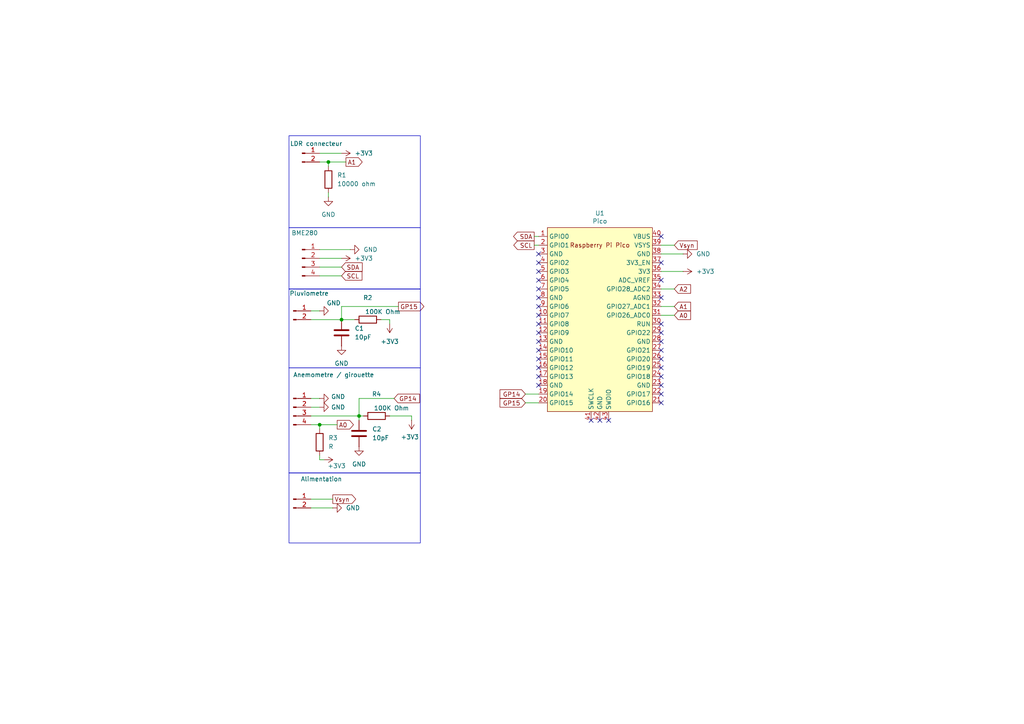
<source format=kicad_sch>
(kicad_sch (version 20231120) (generator "eeschema") (generator_version "8.0")
  (paper "A4")
  (lib_symbols
    (symbol "Connector:Conn_01x02_Pin" (pin_names (offset 1.016) hide)
      (property "Reference" "J" (at 0 2.54 0))
      (property "Value" "Conn_01x02_Pin" (at 0 -5.08 0))
      (symbol "Conn_01x02_Pin_1_1"
        (polyline (pts (xy 1.27 -2.54) (xy 0.8636 -2.54)) (stroke (width 0.1524)))
        (polyline (pts (xy 1.27 0) (xy 0.8636 0)) (stroke (width 0.1524)))
        (rectangle (start 0.8636 -2.413) (end 0 -2.667) (stroke (width 0.1524)) (fill (type outline)))
        (rectangle (start 0.8636 0.127) (end 0 -0.127) (stroke (width 0.1524)) (fill (type outline)))
        (pin passive line (at 5.08 0 180) (length 3.81) (name "Pin_1") (number "1"))
        (pin passive line (at 5.08 -2.54 180) (length 3.81) (name "Pin_2") (number "2"))
      )
    )
    (symbol "Connector:Conn_01x04_Pin" (pin_names (offset 1.016) hide)
      (property "Reference" "J" (at 0 5.08 0))
      (property "Value" "Conn_01x04_Pin" (at 0 -7.62 0))
      (symbol "Conn_01x04_Pin_1_1"
        (polyline (pts (xy 1.27 -5.08) (xy 0.8636 -5.08)) (stroke (width 0.1524)))
        (polyline (pts (xy 1.27 -2.54) (xy 0.8636 -2.54)) (stroke (width 0.1524)))
        (polyline (pts (xy 1.27 0) (xy 0.8636 0)) (stroke (width 0.1524)))
        (polyline (pts (xy 1.27 2.54) (xy 0.8636 2.54)) (stroke (width 0.1524)))
        (rectangle (start 0.8636 -4.953) (end 0 -5.207) (stroke (width 0.1524)) (fill (type outline)))
        (rectangle (start 0.8636 -2.413) (end 0 -2.667) (stroke (width 0.1524)) (fill (type outline)))
        (rectangle (start 0.8636 0.127) (end 0 -0.127) (stroke (width 0.1524)) (fill (type outline)))
        (rectangle (start 0.8636 2.667) (end 0 2.413) (stroke (width 0.1524)) (fill (type outline)))
        (pin passive line (at 5.08 2.54 180) (length 3.81) (name "Pin_1") (number "1"))
        (pin passive line (at 5.08 0 180) (length 3.81) (name "Pin_2") (number "2"))
        (pin passive line (at 5.08 -2.54 180) (length 3.81) (name "Pin_3") (number "3"))
        (pin passive line (at 5.08 -5.08 180) (length 3.81) (name "Pin_4") (number "4"))
      )
    )
    (symbol "Device:C" (pin_numbers hide) (pin_names (offset 0.254))
      (property "Reference" "C" (at 0.635 2.54 0))
      (property "Value" "C" (at 0.635 -2.54 0))
      (symbol "C_0_1"
        (polyline (pts (xy -2.032 -0.762) (xy 2.032 -0.762)) (stroke (width 0.508)))
        (polyline (pts (xy -2.032 0.762) (xy 2.032 0.762)) (stroke (width 0.508)))
      )
      (symbol "C_1_1"
        (pin passive line (at 0 3.81 270) (length 2.794) (name "~") (number "1"))
        (pin passive line (at 0 -3.81 90) (length 2.794) (name "~") (number "2"))
      )
    )
    (symbol "Device:R" (pin_numbers hide) (pin_names (offset 0))
      (property "Reference" "R" (at 2.032 0 90))
      (property "Value" "R" (at 0 0 90))
      (symbol "R_0_1"
        (rectangle (start -1.016 -2.54) (end 1.016 2.54) (stroke (width 0.254)))
      )
      (symbol "R_1_1"
        (pin passive line (at 0 3.81 270) (length 1.27) (name "~") (number "1"))
        (pin passive line (at 0 -3.81 90) (length 1.27) (name "~") (number "2"))
      )
    )
    (symbol "MCU_RaspberryPi_and_Boards:Pico"
      (property "Reference" "U" (at -13.97 27.94 0))
      (property "Value" "Pico" (at 0 19.05 0))
      (symbol "Pico_0_0"
        (text "Raspberry Pi Pico" (at 0 21.59 0) (effects (font (size 1.27 1.27))))
      )
      (symbol "Pico_0_1"
        (rectangle (start -15.24 26.67) (end 15.24 -26.67) (fill (type background)))
      )
      (symbol "Pico_1_1"
        (pin bidirectional line (at -17.78 24.13 0) (length 2.54) (name "GPIO0") (number "1"))
        (pin bidirectional line (at -17.78 1.27 0) (length 2.54) (name "GPIO7") (number "10"))
        (pin bidirectional line (at -17.78 -1.27 0) (length 2.54) (name "GPIO8") (number "11"))
        (pin bidirectional line (at -17.78 -3.81 0) (length 2.54) (name "GPIO9") (number "12"))
        (pin power_in line (at -17.78 -6.35 0) (length 2.54) (name "GND") (number "13"))
        (pin bidirectional line (at -17.78 -8.89 0) (length 2.54) (name "GPIO10") (number "14"))
        (pin bidirectional line (at -17.78 -11.43 0) (length 2.54) (name "GPIO11") (number "15"))
        (pin bidirectional line (at -17.78 -13.97 0) (length 2.54) (name "GPIO12") (number "16"))
        (pin bidirectional line (at -17.78 -16.51 0) (length 2.54) (name "GPIO13") (number "17"))
        (pin power_in line (at -17.78 -19.05 0) (length 2.54) (name "GND") (number "18"))
        (pin bidirectional line (at -17.78 -21.59 0) (length 2.54) (name "GPIO14") (number "19"))
        (pin bidirectional line (at -17.78 21.59 0) (length 2.54) (name "GPIO1") (number "2"))
        (pin bidirectional line (at -17.78 -24.13 0) (length 2.54) (name "GPIO15") (number "20"))
        (pin bidirectional line (at 17.78 -24.13 180) (length 2.54) (name "GPIO16") (number "21"))
        (pin bidirectional line (at 17.78 -21.59 180) (length 2.54) (name "GPIO17") (number "22"))
        (pin power_in line (at 17.78 -19.05 180) (length 2.54) (name "GND") (number "23"))
        (pin bidirectional line (at 17.78 -16.51 180) (length 2.54) (name "GPIO18") (number "24"))
        (pin bidirectional line (at 17.78 -13.97 180) (length 2.54) (name "GPIO19") (number "25"))
        (pin bidirectional line (at 17.78 -11.43 180) (length 2.54) (name "GPIO20") (number "26"))
        (pin bidirectional line (at 17.78 -8.89 180) (length 2.54) (name "GPIO21") (number "27"))
        (pin power_in line (at 17.78 -6.35 180) (length 2.54) (name "GND") (number "28"))
        (pin bidirectional line (at 17.78 -3.81 180) (length 2.54) (name "GPIO22") (number "29"))
        (pin power_in line (at -17.78 19.05 0) (length 2.54) (name "GND") (number "3"))
        (pin input line (at 17.78 -1.27 180) (length 2.54) (name "RUN") (number "30"))
        (pin bidirectional line (at 17.78 1.27 180) (length 2.54) (name "GPIO26_ADC0") (number "31"))
        (pin bidirectional line (at 17.78 3.81 180) (length 2.54) (name "GPIO27_ADC1") (number "32"))
        (pin power_in line (at 17.78 6.35 180) (length 2.54) (name "AGND") (number "33"))
        (pin bidirectional line (at 17.78 8.89 180) (length 2.54) (name "GPIO28_ADC2") (number "34"))
        (pin power_in line (at 17.78 11.43 180) (length 2.54) (name "ADC_VREF") (number "35"))
        (pin power_in line (at 17.78 13.97 180) (length 2.54) (name "3V3") (number "36"))
        (pin input line (at 17.78 16.51 180) (length 2.54) (name "3V3_EN") (number "37"))
        (pin bidirectional line (at 17.78 19.05 180) (length 2.54) (name "GND") (number "38"))
        (pin power_in line (at 17.78 21.59 180) (length 2.54) (name "VSYS") (number "39"))
        (pin bidirectional line (at -17.78 16.51 0) (length 2.54) (name "GPIO2") (number "4"))
        (pin power_in line (at 17.78 24.13 180) (length 2.54) (name "VBUS") (number "40"))
        (pin input line (at -2.54 -29.21 90) (length 2.54) (name "SWCLK") (number "41"))
        (pin power_in line (at 0 -29.21 90) (length 2.54) (name "GND") (number "42"))
        (pin bidirectional line (at 2.54 -29.21 90) (length 2.54) (name "SWDIO") (number "43"))
        (pin bidirectional line (at -17.78 13.97 0) (length 2.54) (name "GPIO3") (number "5"))
        (pin bidirectional line (at -17.78 11.43 0) (length 2.54) (name "GPIO4") (number "6"))
        (pin bidirectional line (at -17.78 8.89 0) (length 2.54) (name "GPIO5") (number "7"))
        (pin power_in line (at -17.78 6.35 0) (length 2.54) (name "GND") (number "8"))
        (pin bidirectional line (at -17.78 3.81 0) (length 2.54) (name "GPIO6") (number "9"))
      )
    )
    (symbol "power:+3V3" (power) (pin_numbers hide) (pin_names (offset 0) hide)
      (property "Value" "+3V3" (at 0 3.556 0))
      (symbol "+3V3_0_1"
        (polyline (pts (xy -0.762 1.27) (xy 0 2.54)))
        (polyline (pts (xy 0 0) (xy 0 2.54)))
        (polyline (pts (xy 0 2.54) (xy 0.762 1.27)))
      )
      (symbol "+3V3_1_1"
        (pin power_in line (at 0 0 90) (length 0) (name "~") (number "1"))
      )
    )
    (symbol "power:GND" (power) (pin_numbers hide) (pin_names (offset 0) hide)
      (property "Value" "GND" (at 0 -3.81 0))
      (symbol "GND_0_1"
        (polyline (pts (xy 0 0) (xy 0 -1.27) (xy 1.27 -1.27) (xy 0 -2.54) (xy -1.27 -1.27) (xy 0 -1.27)))
      )
      (symbol "GND_1_1"
        (pin power_in line (at 0 0 270) (length 0) (name "~") (number "1"))
      )
    )
  )
  (junction (at 99.06 92.71))
  (junction (at 95.25 46.99))
  (junction (at 92.71 123.19))
  (junction (at 104.14 120.65))
  (no_connect (at 156.21 99.06))
  (no_connect (at 156.21 88.9))
  (no_connect (at 171.45 121.92))
  (no_connect (at 191.77 86.36))
  (no_connect (at 156.21 104.14))
  (no_connect (at 156.21 101.6))
  (no_connect (at 156.21 73.66))
  (no_connect (at 191.77 116.84))
  (no_connect (at 156.21 81.28))
  (no_connect (at 156.21 83.82))
  (no_connect (at 156.21 109.22))
  (no_connect (at 156.21 76.2))
  (no_connect (at 191.77 93.98))
  (no_connect (at 156.21 86.36))
  (no_connect (at 156.21 96.52))
  (no_connect (at 191.77 99.06))
  (no_connect (at 191.77 96.52))
  (no_connect (at 156.21 93.98))
  (no_connect (at 156.21 106.68))
  (no_connect (at 156.21 111.76))
  (no_connect (at 191.77 114.3))
  (no_connect (at 191.77 106.68))
  (no_connect (at 191.77 104.14))
  (no_connect (at 191.77 76.2))
  (no_connect (at 156.21 78.74))
  (no_connect (at 156.21 91.44))
  (no_connect (at 191.77 81.28))
  (no_connect (at 191.77 101.6))
  (no_connect (at 191.77 111.76))
  (no_connect (at 191.77 109.22))
  (no_connect (at 191.77 68.58))
  (no_connect (at 176.53 121.92))
  (no_connect (at 173.99 121.92))
  (wire (pts (xy 104.14 120.65) (xy 104.14 121.92)))
  (wire (pts (xy 114.3 115.57) (xy 104.14 115.57)))
  (wire (pts (xy 95.25 46.99) (xy 95.25 48.26)))
  (wire (pts (xy 90.17 120.65) (xy 104.14 120.65)))
  (wire (pts (xy 191.77 91.44) (xy 195.58 91.44)))
  (wire (pts (xy 99.06 88.9) (xy 115.57 88.9)))
  (wire (pts (xy 113.03 120.65) (xy 119.38 120.65)))
  (wire (pts (xy 90.17 90.17) (xy 92.71 90.17)))
  (wire (pts (xy 191.77 83.82) (xy 195.58 83.82)))
  (wire (pts (xy 104.14 120.65) (xy 105.41 120.65)))
  (wire (pts (xy 191.77 73.66) (xy 198.12 73.66)))
  (wire (pts (xy 104.14 115.57) (xy 104.14 120.65)))
  (wire (pts (xy 93.98 133.35) (xy 92.71 133.35)))
  (wire (pts (xy 90.17 123.19) (xy 92.71 123.19)))
  (wire (pts (xy 92.71 44.45) (xy 99.06 44.45)))
  (wire (pts (xy 154.94 71.12) (xy 156.21 71.12)))
  (wire (pts (xy 92.71 72.39) (xy 101.6 72.39)))
  (wire (pts (xy 90.17 92.71) (xy 99.06 92.71)))
  (wire (pts (xy 95.25 55.88) (xy 95.25 57.15)))
  (wire (pts (xy 110.49 92.71) (xy 113.03 92.71)))
  (wire (pts (xy 191.77 71.12) (xy 195.58 71.12)))
  (wire (pts (xy 191.77 88.9) (xy 195.58 88.9)))
  (wire (pts (xy 92.71 80.01) (xy 99.06 80.01)))
  (wire (pts (xy 191.77 78.74) (xy 198.12 78.74)))
  (wire (pts (xy 90.17 144.78) (xy 96.52 144.78)))
  (wire (pts (xy 92.71 133.35) (xy 92.71 132.08)))
  (wire (pts (xy 90.17 118.11) (xy 92.71 118.11)))
  (wire (pts (xy 119.38 121.92) (xy 119.38 120.65)))
  (wire (pts (xy 92.71 74.93) (xy 99.06 74.93)))
  (wire (pts (xy 90.17 115.57) (xy 92.71 115.57)))
  (wire (pts (xy 92.71 123.19) (xy 97.79 123.19)))
  (wire (pts (xy 92.71 46.99) (xy 95.25 46.99)))
  (wire (pts (xy 152.4 116.84) (xy 156.21 116.84)))
  (wire (pts (xy 99.06 88.9) (xy 99.06 92.71)))
  (wire (pts (xy 92.71 77.47) (xy 99.06 77.47)))
  (wire (pts (xy 92.71 124.46) (xy 92.71 123.19)))
  (wire (pts (xy 154.94 68.58) (xy 156.21 68.58)))
  (wire (pts (xy 113.03 93.98) (xy 113.03 92.71)))
  (wire (pts (xy 95.25 46.99) (xy 100.33 46.99)))
  (wire (pts (xy 152.4 114.3) (xy 156.21 114.3)))
  (wire (pts (xy 102.87 92.71) (xy 99.06 92.71)))
  (wire (pts (xy 90.17 147.32) (xy 96.52 147.32)))
  (rectangle (start 83.82 39.37) (end 121.92 66.04))
  (rectangle (start 83.82 137.16) (end 121.92 157.48))
  (rectangle (start 83.82 83.82) (end 121.92 106.68))
  (rectangle (start 83.82 66.04) (end 121.92 83.82))
  (rectangle (start 83.82 106.68) (end 121.92 137.16))
  (global_label "SCL" (shape output) (at 154.94 71.12 180) (property "Intersheetrefs" "${INTERSHEET_REFS}" (effects (hide yes))))
  (global_label "Vsyn" (shape input) (at 195.58 71.12 0) (property "Intersheetrefs" "${INTERSHEET_REFS}" (effects (hide yes))))
  (global_label "SCL" (shape input) (at 99.06 80.01 0) (property "Intersheetrefs" "${INTERSHEET_REFS}" (effects (hide yes))))
  (global_label "A2" (shape input) (at 195.58 83.82 0) (property "Intersheetrefs" "${INTERSHEET_REFS}" (effects (hide yes))))
  (global_label "SDA" (shape output) (at 154.94 68.58 180) (property "Intersheetrefs" "${INTERSHEET_REFS}" (effects (hide yes))))
  (global_label "GP15" (shape input) (at 152.4 116.84 180) (property "Intersheetrefs" "${INTERSHEET_REFS}" (effects (hide yes))))
  (global_label "Vsyn" (shape output) (at 96.52 144.78 0) (property "Intersheetrefs" "${INTERSHEET_REFS}" (effects (hide yes))))
  (global_label "GP15" (shape output) (at 115.57 88.9 0) (property "Intersheetrefs" "${INTERSHEET_REFS}" (effects (hide yes))))
  (global_label "GP14" (shape input) (at 114.3 115.57 0) (property "Intersheetrefs" "${INTERSHEET_REFS}" (effects (hide yes))))
  (global_label "SDA" (shape input) (at 99.06 77.47 0) (property "Intersheetrefs" "${INTERSHEET_REFS}" (effects (hide yes))))
  (global_label "A1" (shape input) (at 195.58 88.9 0) (property "Intersheetrefs" "${INTERSHEET_REFS}" (effects (hide yes))))
  (global_label "A0" (shape input) (at 195.58 91.44 0) (property "Intersheetrefs" "${INTERSHEET_REFS}" (effects (hide yes))))
  (global_label "A1" (shape output) (at 100.33 46.99 0) (property "Intersheetrefs" "${INTERSHEET_REFS}" (effects (hide yes))))
  (global_label "GP14" (shape input) (at 152.4 114.3 180) (property "Intersheetrefs" "${INTERSHEET_REFS}" (effects (hide yes))))
  (global_label "A0" (shape output) (at 97.79 123.19 0) (property "Intersheetrefs" "${INTERSHEET_REFS}" (effects (hide yes))))
  (symbol (lib_id "MCU_RaspberryPi_and_Boards:Pico") (at 173.99 92.71 0) (unit 1)
    (property "Reference" "U1" (at 173.99 61.849 0))
    (property "Value" "Pico" (at 173.99 64.1604 0))
    (property "Footprint" "MCU_RaspberryPi_and_Boards:RPi_Pico_SMD_TH" (effects (hide yes)))
  )
  (symbol (lib_id "power:GND") (at 95.25 57.15 0) (unit 1)
    (property "Reference" "#PWR03" (effects (hide yes)))
    (property "Value" "GND" (at 95.25 62.23 0))
    (property "Description" "Power symbol creates a global label with name \"GND\" , ground" (effects (hide yes)))
  )
  (symbol (lib_id "power:+3V3") (at 119.38 121.92 180) (unit 1)
    (property "Reference" "#PWR014" (effects (hide yes)))
    (property "Value" "+3V3" (at 118.872 126.746 0))
    (property "Description" "Power symbol creates a global label with name \"+3V3\"" (effects (hide yes)))
  )
  (symbol (lib_id "Device:R") (at 109.22 120.65 270) (unit 1)
    (property "Reference" "R4" (at 109.22 114.3 90))
    (property "Value" "100K Ohm" (at 113.538 118.364 90))
    (property "Footprint" "Resistor_THT:R_Axial_DIN0207_L6.3mm_D2.5mm_P10.16mm_Horizontal" (effects (hide yes)))
    (property "Description" "Resistor" (effects (hide yes)))
  )
  (symbol (lib_id "power:GND") (at 104.14 129.54 0) (unit 1)
    (property "Reference" "#PWR013" (effects (hide yes)))
    (property "Value" "GND" (at 104.14 134.62 0))
    (property "Description" "Power symbol creates a global label with name \"GND\" , ground" (effects (hide yes)))
  )
  (symbol (lib_id "power:GND") (at 96.52 147.32 90) (unit 1)
    (property "Reference" "#PWR015" (effects (hide yes)))
    (property "Value" "GND" (at 100.33 147.3199 90) (effects (justify right)))
    (property "Description" "Power symbol creates a global label with name \"GND\" , ground" (effects (hide yes)))
  )
  (symbol (lib_id "power:GND") (at 99.06 100.33 0) (unit 1)
    (property "Reference" "#PWR06" (effects (hide yes)))
    (property "Value" "GND" (at 99.06 105.41 0))
    (property "Description" "Power symbol creates a global label with name \"GND\" , ground" (effects (hide yes)))
  )
  (symbol (lib_id "Connector:Conn_01x02_Pin") (at 85.09 90.17 0) (unit 1)
    (property "Reference" "J3" (effects (hide yes)))
    (property "Value" "Pluviometre" (at 89.662 85.09 0))
    (property "Footprint" "TerminalBlock_Phoenix:TerminalBlock_Phoenix_MKDS-1,5-2-5.08_1x02_P5.08mm_Horizontal" (effects (hide yes)))
    (property "Description" "Generic connector, single row, 01x02, script generated" (effects (hide yes)))
  )
  (symbol (lib_id "power:GND") (at 198.12 73.66 90) (unit 1)
    (property "Reference" "#PWR01" (effects (hide yes)))
    (property "Value" "GND" (at 201.93 73.6599 90) (effects (justify right)))
    (property "Description" "Power symbol creates a global label with name \"GND\" , ground" (effects (hide yes)))
  )
  (symbol (lib_id "Device:C") (at 99.06 96.52 0) (unit 1)
    (property "Reference" "C1" (at 102.87 95.2499 0) (effects (justify left)))
    (property "Value" "10pF" (at 102.87 97.7899 0) (effects (justify left)))
    (property "Footprint" "Capacitor_SMD:C_0805_2012Metric" (effects (hide yes)))
    (property "Description" "Unpolarized capacitor" (effects (hide yes)))
  )
  (symbol (lib_id "Connector:Conn_01x02_Pin") (at 87.63 44.45 0) (unit 1)
    (property "Reference" "J2" (effects (hide yes)))
    (property "Value" "LDR connecteur " (at 92.202 41.656 0))
    (property "Footprint" "TerminalBlock_Phoenix:TerminalBlock_Phoenix_MKDS-1,5-2-5.08_1x02_P5.08mm_Horizontal" (effects (hide yes)))
    (property "Description" "Generic connector, single row, 01x02, script generated" (effects (hide yes)))
  )
  (symbol (lib_id "power:+3V3") (at 99.06 44.45 270) (unit 1)
    (property "Reference" "#PWR08" (effects (hide yes)))
    (property "Value" "+3V3" (at 102.87 44.4499 90) (effects (justify left)))
    (property "Description" "Power symbol creates a global label with name \"+3V3\"" (effects (hide yes)))
  )
  (symbol (lib_id "Connector:Conn_01x04_Pin") (at 87.63 74.93 0) (unit 1)
    (property "Reference" "J1" (effects (hide yes)))
    (property "Value" "BME280" (at 88.392 67.564 0))
    (property "Footprint" "TerminalBlock_Phoenix:TerminalBlock_Phoenix_MKDS-1,5-4-5.08_1x04_P5.08mm_Horizontal" (effects (hide yes)))
    (property "Description" "Generic connector, single row, 01x04, script generated" (effects (hide yes)))
  )
  (symbol (lib_id "power:GND") (at 92.71 118.11 90) (unit 1)
    (property "Reference" "#PWR010" (effects (hide yes)))
    (property "Value" "GND" (at 96.012 115.062 90) (effects (justify right)))
    (property "Description" "Power symbol creates a global label with name \"GND\" , ground" (effects (hide yes)))
  )
  (symbol (lib_id "Device:C") (at 104.14 125.73 0) (unit 1)
    (property "Reference" "C2" (at 107.95 124.4599 0) (effects (justify left)))
    (property "Value" "10pF" (at 107.95 126.9999 0) (effects (justify left)))
    (property "Footprint" "Capacitor_SMD:C_0805_2012Metric" (effects (hide yes)))
    (property "Description" "Unpolarized capacitor" (effects (hide yes)))
  )
  (symbol (lib_id "power:+3V3") (at 99.06 74.93 270) (unit 1)
    (property "Reference" "#PWR09" (effects (hide yes)))
    (property "Value" "+3V3" (at 102.87 74.9299 90) (effects (justify left)))
    (property "Description" "Power symbol creates a global label with name \"+3V3\"" (effects (hide yes)))
  )
  (symbol (lib_id "Device:R") (at 95.25 52.07 0) (unit 1)
    (property "Reference" "R1" (at 97.79 50.7999 0) (effects (justify left)))
    (property "Value" "10000 ohm" (at 97.79 53.3399 0) (effects (justify left)))
    (property "Footprint" "Resistor_THT:R_Axial_DIN0207_L6.3mm_D2.5mm_P10.16mm_Horizontal" (effects (hide yes)))
    (property "Description" "Resistor" (effects (hide yes)))
  )
  (symbol (lib_id "power:+3V3") (at 93.98 133.35 270) (unit 1)
    (property "Reference" "#PWR012" (effects (hide yes)))
    (property "Value" "+3V3" (at 94.996 135.128 90) (effects (justify left)))
    (property "Description" "Power symbol creates a global label with name \"+3V3\"" (effects (hide yes)))
  )
  (symbol (lib_id "power:GND") (at 92.71 115.57 90) (unit 1)
    (property "Reference" "#PWR04" (effects (hide yes)))
    (property "Value" "GND" (at 96.012 118.11 90) (effects (justify right)))
    (property "Description" "Power symbol creates a global label with name \"GND\" , ground" (effects (hide yes)))
  )
  (symbol (lib_id "power:GND") (at 92.71 90.17 90) (unit 1)
    (property "Reference" "#PWR05" (effects (hide yes)))
    (property "Value" "GND" (at 94.742 87.884 90) (effects (justify right)))
    (property "Description" "Power symbol creates a global label with name \"GND\" , ground" (effects (hide yes)))
  )
  (symbol (lib_id "Connector:Conn_01x04_Pin") (at 85.09 118.11 0) (unit 1)
    (property "Reference" "J4" (effects (hide yes)))
    (property "Value" "Anemometre / girouette" (at 96.774 108.712 0))
    (property "Footprint" "TerminalBlock_Phoenix:TerminalBlock_Phoenix_MKDS-1,5-4-5.08_1x04_P5.08mm_Horizontal" (effects (hide yes)))
    (property "Description" "Generic connector, single row, 01x04, script generated" (effects (hide yes)))
  )
  (symbol (lib_id "Connector:Conn_01x02_Pin") (at 85.09 144.78 0) (unit 1)
    (property "Reference" "J5" (effects (hide yes)))
    (property "Value" "Alimentation" (at 93.218 138.938 0))
    (property "Footprint" "TerminalBlock_Phoenix:TerminalBlock_Phoenix_MKDS-1,5-2-5.08_1x02_P5.08mm_Horizontal" (effects (hide yes)))
    (property "Description" "Generic connector, single row, 01x02, script generated" (effects (hide yes)))
  )
  (symbol (lib_id "Device:R") (at 92.71 128.27 0) (unit 1)
    (property "Reference" "R3" (at 95.25 126.9999 0) (effects (justify left)))
    (property "Value" "R" (at 95.25 129.5399 0) (effects (justify left)))
    (property "Footprint" "Resistor_THT:R_Axial_DIN0207_L6.3mm_D2.5mm_P10.16mm_Horizontal" (effects (hide yes)))
    (property "Description" "Resistor" (effects (hide yes)))
  )
  (symbol (lib_id "power:+3V3") (at 113.03 93.98 180) (unit 1)
    (property "Reference" "#PWR011" (effects (hide yes)))
    (property "Value" "+3V3" (at 113.03 99.06 0))
    (property "Description" "Power symbol creates a global label with name \"+3V3\"" (effects (hide yes)))
  )
  (symbol (lib_id "Device:R") (at 106.68 92.71 270) (unit 1)
    (property "Reference" "R2" (at 106.68 86.36 90))
    (property "Value" "100K Ohm" (at 110.998 90.424 90))
    (property "Footprint" "Resistor_THT:R_Axial_DIN0207_L6.3mm_D2.5mm_P10.16mm_Horizontal" (effects (hide yes)))
    (property "Description" "Resistor" (effects (hide yes)))
  )
  (symbol (lib_id "power:GND") (at 101.6 72.39 90) (unit 1)
    (property "Reference" "#PWR02" (effects (hide yes)))
    (property "Value" "GND" (at 105.41 72.3899 90) (effects (justify right)))
    (property "Description" "Power symbol creates a global label with name \"GND\" , ground" (effects (hide yes)))
  )
  (symbol (lib_id "power:+3V3") (at 198.12 78.74 270) (unit 1)
    (property "Reference" "#PWR07" (effects (hide yes)))
    (property "Value" "+3V3" (at 201.93 78.7399 90) (effects (justify left)))
    (property "Description" "Power symbol creates a global label with name \"+3V3\"" (effects (hide yes)))
  )
)
</source>
